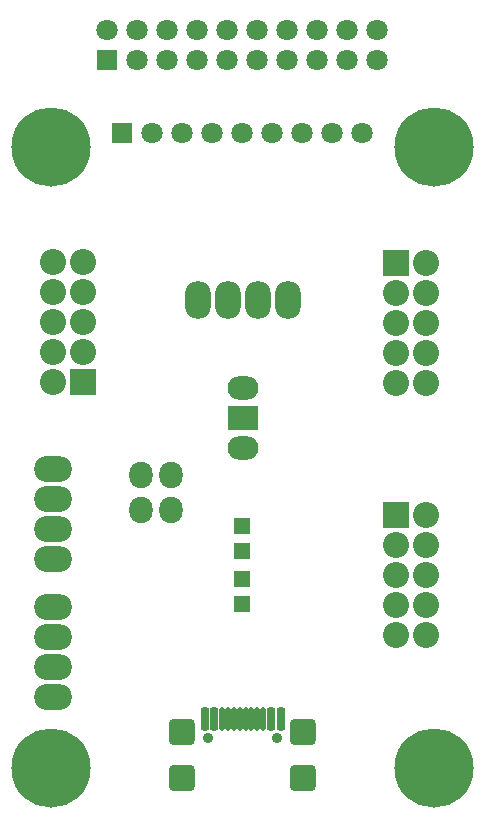
<source format=gbr>
G04*
G04 #@! TF.GenerationSoftware,Altium Limited,Altium Designer,24.2.2 (26)*
G04*
G04 Layer_Color=8388736*
%FSLAX44Y44*%
%MOMM*%
G71*
G04*
G04 #@! TF.SameCoordinates,A69A520D-3C44-4C1A-B5D4-BA9765A151AF*
G04*
G04*
G04 #@! TF.FilePolarity,Negative*
G04*
G01*
G75*
%ADD19R,1.4032X1.4032*%
G04:AMPARAMS|DCode=20|XSize=2.2032mm|YSize=2.2032mm|CornerRadius=0.4016mm|HoleSize=0mm|Usage=FLASHONLY|Rotation=0.000|XOffset=0mm|YOffset=0mm|HoleType=Round|Shape=RoundedRectangle|*
%AMROUNDEDRECTD20*
21,1,2.2032,1.4000,0,0,0.0*
21,1,1.4000,2.2032,0,0,0.0*
1,1,0.8032,0.7000,-0.7000*
1,1,0.8032,-0.7000,-0.7000*
1,1,0.8032,-0.7000,0.7000*
1,1,0.8032,0.7000,0.7000*
%
%ADD20ROUNDEDRECTD20*%
G04:AMPARAMS|DCode=21|XSize=0.75mm|YSize=1.95mm|CornerRadius=0.225mm|HoleSize=0mm|Usage=FLASHONLY|Rotation=0.000|XOffset=0mm|YOffset=0mm|HoleType=Round|Shape=RoundedRectangle|*
%AMROUNDEDRECTD21*
21,1,0.7500,1.5000,0,0,0.0*
21,1,0.3000,1.9500,0,0,0.0*
1,1,0.4500,0.1500,-0.7500*
1,1,0.4500,-0.1500,-0.7500*
1,1,0.4500,-0.1500,0.7500*
1,1,0.4500,0.1500,0.7500*
%
%ADD21ROUNDEDRECTD21*%
G04:AMPARAMS|DCode=22|XSize=0.45mm|YSize=1.95mm|CornerRadius=0.15mm|HoleSize=0mm|Usage=FLASHONLY|Rotation=0.000|XOffset=0mm|YOffset=0mm|HoleType=Round|Shape=RoundedRectangle|*
%AMROUNDEDRECTD22*
21,1,0.4500,1.6500,0,0,0.0*
21,1,0.1500,1.9500,0,0,0.0*
1,1,0.3000,0.0750,-0.8250*
1,1,0.3000,-0.0750,-0.8250*
1,1,0.3000,-0.0750,0.8250*
1,1,0.3000,0.0750,0.8250*
%
%ADD22ROUNDEDRECTD22*%
%ADD23C,2.2032*%
%ADD24R,2.2032X2.2032*%
%ADD25O,2.6032X2.0032*%
%ADD26R,2.6032X2.0032*%
%ADD27O,1.9812X2.2352*%
%ADD28O,3.2032X2.2032*%
%ADD29C,1.8032*%
%ADD30R,1.8032X1.8032*%
%ADD31C,6.7032*%
%ADD32O,2.2032X3.2032*%
%ADD33C,0.9032*%
D19*
X199390Y221910D02*
D03*
Y242910D02*
D03*
X199584Y176820D02*
D03*
Y197820D02*
D03*
D20*
X251152Y29676D02*
D03*
X149152D02*
D03*
X251152Y68676D02*
D03*
X149152D02*
D03*
D21*
X232402Y79174D02*
D03*
X168152D02*
D03*
X176152D02*
D03*
X224402D02*
D03*
D22*
X182680D02*
D03*
X187689D02*
D03*
X192698D02*
D03*
X197708D02*
D03*
X202716D02*
D03*
X207726D02*
D03*
X212735D02*
D03*
X217744D02*
D03*
D23*
X39370Y466090D02*
D03*
X64770D02*
D03*
X39370Y440690D02*
D03*
X64770D02*
D03*
X39370Y415290D02*
D03*
X64770D02*
D03*
X39370Y389890D02*
D03*
X64770D02*
D03*
X39370Y364490D02*
D03*
X355600Y150730D02*
D03*
X330200D02*
D03*
X355600Y176130D02*
D03*
X330200D02*
D03*
X355600Y201530D02*
D03*
X330200D02*
D03*
X355600Y226930D02*
D03*
X330200D02*
D03*
X355600Y252330D02*
D03*
Y364090D02*
D03*
X330200D02*
D03*
X355600Y389490D02*
D03*
X330200D02*
D03*
X355600Y414890D02*
D03*
X330200D02*
D03*
X355600Y440290D02*
D03*
X330200D02*
D03*
X355600Y465690D02*
D03*
D24*
X64770Y364490D02*
D03*
X330200Y252330D02*
D03*
Y465690D02*
D03*
D25*
X200660Y359410D02*
D03*
Y308610D02*
D03*
D26*
Y334010D02*
D03*
D27*
X114300Y256540D02*
D03*
X139700D02*
D03*
Y285750D02*
D03*
X114300D02*
D03*
D28*
X39370Y148590D02*
D03*
Y97790D02*
D03*
Y173990D02*
D03*
Y123190D02*
D03*
Y265430D02*
D03*
Y214630D02*
D03*
Y290830D02*
D03*
Y240030D02*
D03*
D29*
X123190Y575310D02*
D03*
X148590D02*
D03*
X173990D02*
D03*
X199390D02*
D03*
X224790D02*
D03*
X250190D02*
D03*
X275590D02*
D03*
X300990D02*
D03*
X237490Y662940D02*
D03*
Y637540D02*
D03*
X212090Y662940D02*
D03*
X186690D02*
D03*
X212090Y637540D02*
D03*
X186690D02*
D03*
X161290Y662940D02*
D03*
Y637540D02*
D03*
X135890Y662940D02*
D03*
Y637540D02*
D03*
X110490Y662940D02*
D03*
Y637540D02*
D03*
X85090Y662940D02*
D03*
X262890Y637540D02*
D03*
X288290D02*
D03*
X313690D02*
D03*
X262890Y662940D02*
D03*
X288290D02*
D03*
X313690D02*
D03*
D30*
X97790Y575310D02*
D03*
X85090Y637540D02*
D03*
D31*
X361950Y563880D02*
D03*
Y38100D02*
D03*
X38100Y563880D02*
D03*
Y38100D02*
D03*
D32*
X187960Y434068D02*
D03*
X238760D02*
D03*
X162560D02*
D03*
X213360D02*
D03*
D33*
X171252Y63476D02*
D03*
X229052D02*
D03*
M02*

</source>
